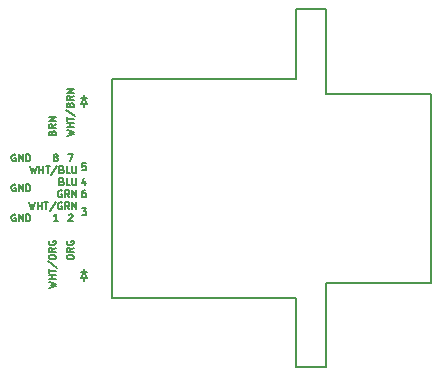
<source format=gbr>
G04 #@! TF.FileFunction,Legend,Top*
%FSLAX46Y46*%
G04 Gerber Fmt 4.6, Leading zero omitted, Abs format (unit mm)*
G04 Created by KiCad (PCBNEW 4.0.7) date Sun Apr 29 11:23:18 2018*
%MOMM*%
%LPD*%
G01*
G04 APERTURE LIST*
%ADD10C,0.100000*%
%ADD11C,0.127000*%
%ADD12C,0.150000*%
%ADD13C,1.371600*%
%ADD14C,3.276600*%
%ADD15C,1.752600*%
%ADD16C,4.101600*%
%ADD17C,1.244600*%
G04 APERTURE END LIST*
D10*
D11*
X132486572Y-103840000D02*
X132429429Y-103811429D01*
X132343715Y-103811429D01*
X132258000Y-103840000D01*
X132200858Y-103897143D01*
X132172286Y-103954286D01*
X132143715Y-104068571D01*
X132143715Y-104154286D01*
X132172286Y-104268571D01*
X132200858Y-104325714D01*
X132258000Y-104382857D01*
X132343715Y-104411429D01*
X132400858Y-104411429D01*
X132486572Y-104382857D01*
X132515143Y-104354286D01*
X132515143Y-104154286D01*
X132400858Y-104154286D01*
X132772286Y-104411429D02*
X132772286Y-103811429D01*
X133115143Y-104411429D01*
X133115143Y-103811429D01*
X133400857Y-104411429D02*
X133400857Y-103811429D01*
X133543714Y-103811429D01*
X133629429Y-103840000D01*
X133686571Y-103897143D01*
X133715143Y-103954286D01*
X133743714Y-104068571D01*
X133743714Y-104154286D01*
X133715143Y-104268571D01*
X133686571Y-104325714D01*
X133629429Y-104382857D01*
X133543714Y-104411429D01*
X133400857Y-104411429D01*
X132486572Y-101300000D02*
X132429429Y-101271429D01*
X132343715Y-101271429D01*
X132258000Y-101300000D01*
X132200858Y-101357143D01*
X132172286Y-101414286D01*
X132143715Y-101528571D01*
X132143715Y-101614286D01*
X132172286Y-101728571D01*
X132200858Y-101785714D01*
X132258000Y-101842857D01*
X132343715Y-101871429D01*
X132400858Y-101871429D01*
X132486572Y-101842857D01*
X132515143Y-101814286D01*
X132515143Y-101614286D01*
X132400858Y-101614286D01*
X132772286Y-101871429D02*
X132772286Y-101271429D01*
X133115143Y-101871429D01*
X133115143Y-101271429D01*
X133400857Y-101871429D02*
X133400857Y-101271429D01*
X133543714Y-101271429D01*
X133629429Y-101300000D01*
X133686571Y-101357143D01*
X133715143Y-101414286D01*
X133743714Y-101528571D01*
X133743714Y-101614286D01*
X133715143Y-101728571D01*
X133686571Y-101785714D01*
X133629429Y-101842857D01*
X133543714Y-101871429D01*
X133400857Y-101871429D01*
X132486572Y-98760000D02*
X132429429Y-98731429D01*
X132343715Y-98731429D01*
X132258000Y-98760000D01*
X132200858Y-98817143D01*
X132172286Y-98874286D01*
X132143715Y-98988571D01*
X132143715Y-99074286D01*
X132172286Y-99188571D01*
X132200858Y-99245714D01*
X132258000Y-99302857D01*
X132343715Y-99331429D01*
X132400858Y-99331429D01*
X132486572Y-99302857D01*
X132515143Y-99274286D01*
X132515143Y-99074286D01*
X132400858Y-99074286D01*
X132772286Y-99331429D02*
X132772286Y-98731429D01*
X133115143Y-99331429D01*
X133115143Y-98731429D01*
X133400857Y-99331429D02*
X133400857Y-98731429D01*
X133543714Y-98731429D01*
X133629429Y-98760000D01*
X133686571Y-98817143D01*
X133715143Y-98874286D01*
X133743714Y-98988571D01*
X133743714Y-99074286D01*
X133715143Y-99188571D01*
X133686571Y-99245714D01*
X133629429Y-99302857D01*
X133543714Y-99331429D01*
X133400857Y-99331429D01*
X135593143Y-96939143D02*
X135621714Y-96853429D01*
X135650286Y-96824857D01*
X135707429Y-96796286D01*
X135793143Y-96796286D01*
X135850286Y-96824857D01*
X135878857Y-96853429D01*
X135907429Y-96910571D01*
X135907429Y-97139143D01*
X135307429Y-97139143D01*
X135307429Y-96939143D01*
X135336000Y-96882000D01*
X135364571Y-96853429D01*
X135421714Y-96824857D01*
X135478857Y-96824857D01*
X135536000Y-96853429D01*
X135564571Y-96882000D01*
X135593143Y-96939143D01*
X135593143Y-97139143D01*
X135907429Y-96196286D02*
X135621714Y-96396286D01*
X135907429Y-96539143D02*
X135307429Y-96539143D01*
X135307429Y-96310571D01*
X135336000Y-96253429D01*
X135364571Y-96224857D01*
X135421714Y-96196286D01*
X135507429Y-96196286D01*
X135564571Y-96224857D01*
X135593143Y-96253429D01*
X135621714Y-96310571D01*
X135621714Y-96539143D01*
X135907429Y-95939143D02*
X135307429Y-95939143D01*
X135907429Y-95596286D01*
X135307429Y-95596286D01*
X136831429Y-97196286D02*
X137431429Y-97053429D01*
X137002857Y-96939143D01*
X137431429Y-96824857D01*
X136831429Y-96682000D01*
X137431429Y-96453429D02*
X136831429Y-96453429D01*
X137117143Y-96453429D02*
X137117143Y-96110572D01*
X137431429Y-96110572D02*
X136831429Y-96110572D01*
X136831429Y-95910572D02*
X136831429Y-95567715D01*
X137431429Y-95739144D02*
X136831429Y-95739144D01*
X136802857Y-94939143D02*
X137574286Y-95453429D01*
X137117143Y-94539144D02*
X137145714Y-94453430D01*
X137174286Y-94424858D01*
X137231429Y-94396287D01*
X137317143Y-94396287D01*
X137374286Y-94424858D01*
X137402857Y-94453430D01*
X137431429Y-94510572D01*
X137431429Y-94739144D01*
X136831429Y-94739144D01*
X136831429Y-94539144D01*
X136860000Y-94482001D01*
X136888571Y-94453430D01*
X136945714Y-94424858D01*
X137002857Y-94424858D01*
X137060000Y-94453430D01*
X137088571Y-94482001D01*
X137117143Y-94539144D01*
X137117143Y-94739144D01*
X137431429Y-93796287D02*
X137145714Y-93996287D01*
X137431429Y-94139144D02*
X136831429Y-94139144D01*
X136831429Y-93910572D01*
X136860000Y-93853430D01*
X136888571Y-93824858D01*
X136945714Y-93796287D01*
X137031429Y-93796287D01*
X137088571Y-93824858D01*
X137117143Y-93853430D01*
X137145714Y-93910572D01*
X137145714Y-94139144D01*
X137431429Y-93539144D02*
X136831429Y-93539144D01*
X137431429Y-93196287D01*
X136831429Y-93196287D01*
X136423572Y-101049143D02*
X136509286Y-101077714D01*
X136537858Y-101106286D01*
X136566429Y-101163429D01*
X136566429Y-101249143D01*
X136537858Y-101306286D01*
X136509286Y-101334857D01*
X136452144Y-101363429D01*
X136223572Y-101363429D01*
X136223572Y-100763429D01*
X136423572Y-100763429D01*
X136480715Y-100792000D01*
X136509286Y-100820571D01*
X136537858Y-100877714D01*
X136537858Y-100934857D01*
X136509286Y-100992000D01*
X136480715Y-101020571D01*
X136423572Y-101049143D01*
X136223572Y-101049143D01*
X137109286Y-101363429D02*
X136823572Y-101363429D01*
X136823572Y-100763429D01*
X137309286Y-100763429D02*
X137309286Y-101249143D01*
X137337858Y-101306286D01*
X137366429Y-101334857D01*
X137423572Y-101363429D01*
X137537858Y-101363429D01*
X137595000Y-101334857D01*
X137623572Y-101306286D01*
X137652143Y-101249143D01*
X137652143Y-100763429D01*
X133766430Y-99747429D02*
X133909287Y-100347429D01*
X134023573Y-99918857D01*
X134137859Y-100347429D01*
X134280716Y-99747429D01*
X134509287Y-100347429D02*
X134509287Y-99747429D01*
X134509287Y-100033143D02*
X134852144Y-100033143D01*
X134852144Y-100347429D02*
X134852144Y-99747429D01*
X135052144Y-99747429D02*
X135395001Y-99747429D01*
X135223572Y-100347429D02*
X135223572Y-99747429D01*
X136023573Y-99718857D02*
X135509287Y-100490286D01*
X136423572Y-100033143D02*
X136509286Y-100061714D01*
X136537858Y-100090286D01*
X136566429Y-100147429D01*
X136566429Y-100233143D01*
X136537858Y-100290286D01*
X136509286Y-100318857D01*
X136452144Y-100347429D01*
X136223572Y-100347429D01*
X136223572Y-99747429D01*
X136423572Y-99747429D01*
X136480715Y-99776000D01*
X136509286Y-99804571D01*
X136537858Y-99861714D01*
X136537858Y-99918857D01*
X136509286Y-99976000D01*
X136480715Y-100004571D01*
X136423572Y-100033143D01*
X136223572Y-100033143D01*
X137109286Y-100347429D02*
X136823572Y-100347429D01*
X136823572Y-99747429D01*
X137309286Y-99747429D02*
X137309286Y-100233143D01*
X137337858Y-100290286D01*
X137366429Y-100318857D01*
X137423572Y-100347429D01*
X137537858Y-100347429D01*
X137595000Y-100318857D01*
X137623572Y-100290286D01*
X137652143Y-100233143D01*
X137652143Y-99747429D01*
X136423572Y-101808000D02*
X136366429Y-101779429D01*
X136280715Y-101779429D01*
X136195000Y-101808000D01*
X136137858Y-101865143D01*
X136109286Y-101922286D01*
X136080715Y-102036571D01*
X136080715Y-102122286D01*
X136109286Y-102236571D01*
X136137858Y-102293714D01*
X136195000Y-102350857D01*
X136280715Y-102379429D01*
X136337858Y-102379429D01*
X136423572Y-102350857D01*
X136452143Y-102322286D01*
X136452143Y-102122286D01*
X136337858Y-102122286D01*
X137052143Y-102379429D02*
X136852143Y-102093714D01*
X136709286Y-102379429D02*
X136709286Y-101779429D01*
X136937858Y-101779429D01*
X136995000Y-101808000D01*
X137023572Y-101836571D01*
X137052143Y-101893714D01*
X137052143Y-101979429D01*
X137023572Y-102036571D01*
X136995000Y-102065143D01*
X136937858Y-102093714D01*
X136709286Y-102093714D01*
X137309286Y-102379429D02*
X137309286Y-101779429D01*
X137652143Y-102379429D01*
X137652143Y-101779429D01*
X133652144Y-102795429D02*
X133795001Y-103395429D01*
X133909287Y-102966857D01*
X134023573Y-103395429D01*
X134166430Y-102795429D01*
X134395001Y-103395429D02*
X134395001Y-102795429D01*
X134395001Y-103081143D02*
X134737858Y-103081143D01*
X134737858Y-103395429D02*
X134737858Y-102795429D01*
X134937858Y-102795429D02*
X135280715Y-102795429D01*
X135109286Y-103395429D02*
X135109286Y-102795429D01*
X135909287Y-102766857D02*
X135395001Y-103538286D01*
X136423572Y-102824000D02*
X136366429Y-102795429D01*
X136280715Y-102795429D01*
X136195000Y-102824000D01*
X136137858Y-102881143D01*
X136109286Y-102938286D01*
X136080715Y-103052571D01*
X136080715Y-103138286D01*
X136109286Y-103252571D01*
X136137858Y-103309714D01*
X136195000Y-103366857D01*
X136280715Y-103395429D01*
X136337858Y-103395429D01*
X136423572Y-103366857D01*
X136452143Y-103338286D01*
X136452143Y-103138286D01*
X136337858Y-103138286D01*
X137052143Y-103395429D02*
X136852143Y-103109714D01*
X136709286Y-103395429D02*
X136709286Y-102795429D01*
X136937858Y-102795429D01*
X136995000Y-102824000D01*
X137023572Y-102852571D01*
X137052143Y-102909714D01*
X137052143Y-102995429D01*
X137023572Y-103052571D01*
X136995000Y-103081143D01*
X136937858Y-103109714D01*
X136709286Y-103109714D01*
X137309286Y-103395429D02*
X137309286Y-102795429D01*
X137652143Y-103395429D01*
X137652143Y-102795429D01*
X136831429Y-107489428D02*
X136831429Y-107375142D01*
X136860000Y-107318000D01*
X136917143Y-107260857D01*
X137031429Y-107232285D01*
X137231429Y-107232285D01*
X137345714Y-107260857D01*
X137402857Y-107318000D01*
X137431429Y-107375142D01*
X137431429Y-107489428D01*
X137402857Y-107546571D01*
X137345714Y-107603714D01*
X137231429Y-107632285D01*
X137031429Y-107632285D01*
X136917143Y-107603714D01*
X136860000Y-107546571D01*
X136831429Y-107489428D01*
X137431429Y-106632286D02*
X137145714Y-106832286D01*
X137431429Y-106975143D02*
X136831429Y-106975143D01*
X136831429Y-106746571D01*
X136860000Y-106689429D01*
X136888571Y-106660857D01*
X136945714Y-106632286D01*
X137031429Y-106632286D01*
X137088571Y-106660857D01*
X137117143Y-106689429D01*
X137145714Y-106746571D01*
X137145714Y-106975143D01*
X136860000Y-106060857D02*
X136831429Y-106118000D01*
X136831429Y-106203714D01*
X136860000Y-106289429D01*
X136917143Y-106346571D01*
X136974286Y-106375143D01*
X137088571Y-106403714D01*
X137174286Y-106403714D01*
X137288571Y-106375143D01*
X137345714Y-106346571D01*
X137402857Y-106289429D01*
X137431429Y-106203714D01*
X137431429Y-106146571D01*
X137402857Y-106060857D01*
X137374286Y-106032286D01*
X137174286Y-106032286D01*
X137174286Y-106146571D01*
X135307429Y-110060856D02*
X135907429Y-109917999D01*
X135478857Y-109803713D01*
X135907429Y-109689427D01*
X135307429Y-109546570D01*
X135907429Y-109317999D02*
X135307429Y-109317999D01*
X135593143Y-109317999D02*
X135593143Y-108975142D01*
X135907429Y-108975142D02*
X135307429Y-108975142D01*
X135307429Y-108775142D02*
X135307429Y-108432285D01*
X135907429Y-108603714D02*
X135307429Y-108603714D01*
X135278857Y-107803713D02*
X136050286Y-108317999D01*
X135307429Y-107489428D02*
X135307429Y-107375142D01*
X135336000Y-107318000D01*
X135393143Y-107260857D01*
X135507429Y-107232285D01*
X135707429Y-107232285D01*
X135821714Y-107260857D01*
X135878857Y-107318000D01*
X135907429Y-107375142D01*
X135907429Y-107489428D01*
X135878857Y-107546571D01*
X135821714Y-107603714D01*
X135707429Y-107632285D01*
X135507429Y-107632285D01*
X135393143Y-107603714D01*
X135336000Y-107546571D01*
X135307429Y-107489428D01*
X135907429Y-106632286D02*
X135621714Y-106832286D01*
X135907429Y-106975143D02*
X135307429Y-106975143D01*
X135307429Y-106746571D01*
X135336000Y-106689429D01*
X135364571Y-106660857D01*
X135421714Y-106632286D01*
X135507429Y-106632286D01*
X135564571Y-106660857D01*
X135593143Y-106689429D01*
X135621714Y-106746571D01*
X135621714Y-106975143D01*
X135336000Y-106060857D02*
X135307429Y-106118000D01*
X135307429Y-106203714D01*
X135336000Y-106289429D01*
X135393143Y-106346571D01*
X135450286Y-106375143D01*
X135564571Y-106403714D01*
X135650286Y-106403714D01*
X135764571Y-106375143D01*
X135821714Y-106346571D01*
X135878857Y-106289429D01*
X135907429Y-106203714D01*
X135907429Y-106146571D01*
X135878857Y-106060857D01*
X135850286Y-106032286D01*
X135650286Y-106032286D01*
X135650286Y-106146571D01*
X135832857Y-98988571D02*
X135775715Y-98960000D01*
X135747143Y-98931429D01*
X135718572Y-98874286D01*
X135718572Y-98845714D01*
X135747143Y-98788571D01*
X135775715Y-98760000D01*
X135832857Y-98731429D01*
X135947143Y-98731429D01*
X136004286Y-98760000D01*
X136032857Y-98788571D01*
X136061429Y-98845714D01*
X136061429Y-98874286D01*
X136032857Y-98931429D01*
X136004286Y-98960000D01*
X135947143Y-98988571D01*
X135832857Y-98988571D01*
X135775715Y-99017143D01*
X135747143Y-99045714D01*
X135718572Y-99102857D01*
X135718572Y-99217143D01*
X135747143Y-99274286D01*
X135775715Y-99302857D01*
X135832857Y-99331429D01*
X135947143Y-99331429D01*
X136004286Y-99302857D01*
X136032857Y-99274286D01*
X136061429Y-99217143D01*
X136061429Y-99102857D01*
X136032857Y-99045714D01*
X136004286Y-99017143D01*
X135947143Y-98988571D01*
X136960000Y-98731429D02*
X137360000Y-98731429D01*
X137102857Y-99331429D01*
X138445857Y-99493429D02*
X138160143Y-99493429D01*
X138131572Y-99779143D01*
X138160143Y-99750571D01*
X138217286Y-99722000D01*
X138360143Y-99722000D01*
X138417286Y-99750571D01*
X138445857Y-99779143D01*
X138474429Y-99836286D01*
X138474429Y-99979143D01*
X138445857Y-100036286D01*
X138417286Y-100064857D01*
X138360143Y-100093429D01*
X138217286Y-100093429D01*
X138160143Y-100064857D01*
X138131572Y-100036286D01*
X138417286Y-100963429D02*
X138417286Y-101363429D01*
X138274429Y-100734857D02*
X138131572Y-101163429D01*
X138503000Y-101163429D01*
X138417286Y-101779429D02*
X138303000Y-101779429D01*
X138245857Y-101808000D01*
X138217286Y-101836571D01*
X138160143Y-101922286D01*
X138131572Y-102036571D01*
X138131572Y-102265143D01*
X138160143Y-102322286D01*
X138188715Y-102350857D01*
X138245857Y-102379429D01*
X138360143Y-102379429D01*
X138417286Y-102350857D01*
X138445857Y-102322286D01*
X138474429Y-102265143D01*
X138474429Y-102122286D01*
X138445857Y-102065143D01*
X138417286Y-102036571D01*
X138360143Y-102008000D01*
X138245857Y-102008000D01*
X138188715Y-102036571D01*
X138160143Y-102065143D01*
X138131572Y-102122286D01*
X138103000Y-103303429D02*
X138474429Y-103303429D01*
X138274429Y-103532000D01*
X138360143Y-103532000D01*
X138417286Y-103560571D01*
X138445857Y-103589143D01*
X138474429Y-103646286D01*
X138474429Y-103789143D01*
X138445857Y-103846286D01*
X138417286Y-103874857D01*
X138360143Y-103903429D01*
X138188715Y-103903429D01*
X138131572Y-103874857D01*
X138103000Y-103846286D01*
X136988572Y-103868571D02*
X137017143Y-103840000D01*
X137074286Y-103811429D01*
X137217143Y-103811429D01*
X137274286Y-103840000D01*
X137302857Y-103868571D01*
X137331429Y-103925714D01*
X137331429Y-103982857D01*
X137302857Y-104068571D01*
X136960000Y-104411429D01*
X137331429Y-104411429D01*
X136061429Y-104411429D02*
X135718572Y-104411429D01*
X135890000Y-104411429D02*
X135890000Y-103811429D01*
X135832857Y-103897143D01*
X135775715Y-103954286D01*
X135718572Y-103982857D01*
D12*
X138303000Y-94488000D02*
X138303000Y-94742000D01*
X138049000Y-94488000D02*
X138557000Y-94488000D01*
X138303000Y-93980000D02*
X138049000Y-94488000D01*
X138557000Y-94488000D02*
X138303000Y-93980000D01*
X138049000Y-93980000D02*
X138557000Y-93980000D01*
X138303000Y-93980000D02*
X138303000Y-93726000D01*
X138303000Y-109220000D02*
X138303000Y-109474000D01*
X138303000Y-108712000D02*
X138303000Y-108458000D01*
X138557000Y-109220000D02*
X138303000Y-108712000D01*
X138049000Y-109220000D02*
X138557000Y-109220000D01*
X138303000Y-108712000D02*
X138049000Y-109220000D01*
X138049000Y-108712000D02*
X138557000Y-108712000D01*
X158750000Y-109600000D02*
X158750000Y-116750000D01*
X167650000Y-109600000D02*
X158750000Y-109600000D01*
X167650000Y-93600000D02*
X167650000Y-109600000D01*
X158750000Y-93600000D02*
X167650000Y-93600000D01*
X158750000Y-86450000D02*
X158750000Y-93600000D01*
X156250000Y-86450000D02*
X158750000Y-86450000D01*
X156250000Y-92330000D02*
X156250000Y-86450000D01*
X140700000Y-92330000D02*
X156250000Y-92330000D01*
X140700000Y-110870000D02*
X140700000Y-92330000D01*
X156250000Y-110870000D02*
X140700000Y-110870000D01*
X156250000Y-116750000D02*
X156250000Y-110870000D01*
X158750000Y-116750000D02*
X156250000Y-116750000D01*
%LPC*%
D13*
X134620000Y-104140000D03*
X134620000Y-99060000D03*
X134620000Y-101600000D03*
D14*
X132080000Y-107950000D03*
X132080000Y-95250000D03*
D15*
X144250000Y-106040000D03*
X141710000Y-104770000D03*
X144250000Y-103500000D03*
X141710000Y-102230000D03*
X144250000Y-100960000D03*
X141710000Y-99690000D03*
X144250000Y-98420000D03*
X141710000Y-97150000D03*
D16*
X152250000Y-106600000D03*
X152250000Y-96600000D03*
D15*
X148250000Y-108130000D03*
X148250000Y-105590000D03*
X148250000Y-97610000D03*
X148250000Y-95070000D03*
D17*
X129540000Y-101600000D03*
D13*
X136144000Y-98044000D03*
X137668000Y-98044000D03*
X139192000Y-99060000D03*
X139192000Y-100584000D03*
X139192000Y-102616000D03*
X139192000Y-104140000D03*
X137668000Y-105156000D03*
X136144000Y-105156000D03*
X139192000Y-109728000D03*
X139192000Y-108204000D03*
X139192000Y-94996000D03*
X139192000Y-93472000D03*
M02*

</source>
